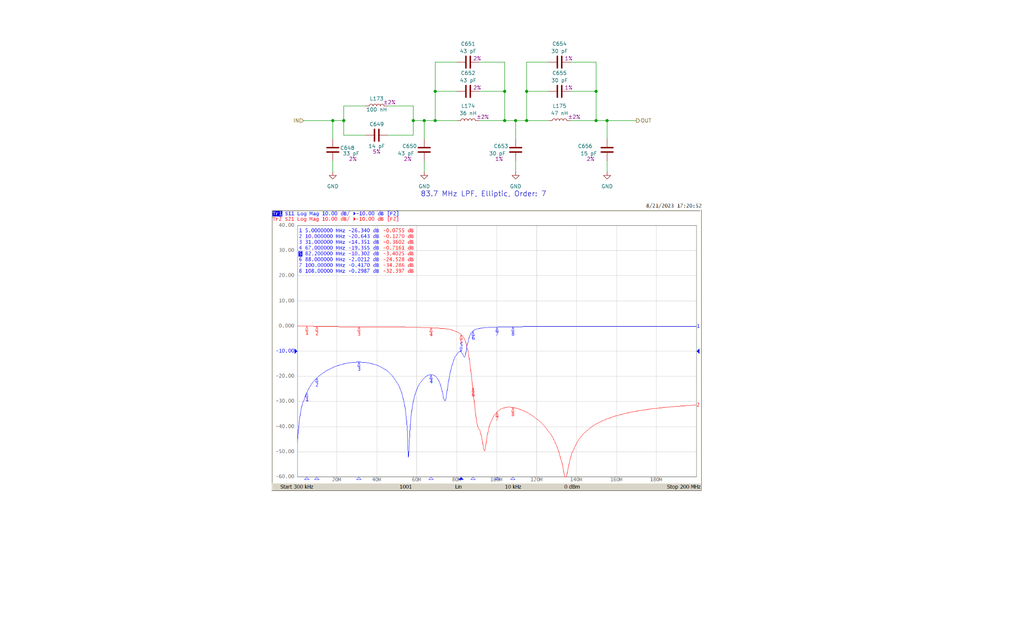
<source format=kicad_sch>
(kicad_sch (version 20231120) (generator "eeschema") (generator_version "8.0")
  (paper "USLegal")
  (title_block (title "LWA ARX  Rev I") (date "2024-11-15") (rev "2.0"))
  (lib_symbols
    (symbol "Device:C" (pin_numbers hide) (pin_names (offset 0.254))
      (property "Reference" "C" (at 0.635 2.54 0))
      (property "Value" "C" (at 0.635 -2.54 0))
      (symbol "C_0_1"
        (polyline (pts (xy -2.032 -0.762) (xy 2.032 -0.762)) (stroke (width 0.508)))
        (polyline (pts (xy -2.032 0.762) (xy 2.032 0.762)) (stroke (width 0.508)))
      )
      (symbol "C_1_1"
        (pin passive line (at 0 3.81 270) (length 2.794) (name "~") (number "1"))
        (pin passive line (at 0 -3.81 90) (length 2.794) (name "~") (number "2"))
      )
    )
    (symbol "Device:L" (pin_numbers hide) (pin_names (offset 1.016) hide)
      (property "Reference" "L" (at -1.27 0 90))
      (property "Value" "L" (at 1.905 0 90))
      (symbol "L_0_1"
        (arc (start 0 -2.54) (mid 0.6323 -1.905) (end 0 -1.27))
        (arc (start 0 -1.27) (mid 0.6323 -0.635) (end 0 0))
        (arc (start 0 0) (mid 0.6323 0.635) (end 0 1.27))
        (arc (start 0 1.27) (mid 0.6323 1.905) (end 0 2.54))
      )
      (symbol "L_1_1"
        (pin passive line (at 0 3.81 270) (length 1.27) (name "1") (number "1"))
        (pin passive line (at 0 -3.81 90) (length 1.27) (name "2") (number "2"))
      )
    )
    (symbol "power:GND" (power) (pin_names (offset 0))
      (property "Value" "GND" (at 0 -3.81 0))
      (symbol "GND_0_1"
        (polyline (pts (xy 0 0) (xy 0 -1.27) (xy 1.27 -1.27) (xy 0 -2.54) (xy -1.27 -1.27) (xy 0 -1.27)))
      )
      (symbol "GND_1_1"
        (pin power_in line (at 0 0 270) (length 0) hide (name "GND") (number "1"))
      )
    )
  )
  (junction (at 175.26 31.75))
  (junction (at 175.26 41.91))
  (junction (at 179.07 41.91))
  (junction (at 210.82 41.91))
  (junction (at 151.13 41.91))
  (junction (at 182.88 41.91))
  (junction (at 151.13 31.75))
  (junction (at 147.32 41.91))
  (junction (at 207.01 41.91))
  (junction (at 119.38 41.91))
  (junction (at 143.51 41.91))
  (junction (at 207.01 31.75))
  (junction (at 115.57 41.91))
  (junction (at 182.88 31.75))
  (wire (pts (xy 198.12 31.75) (xy 207.01 31.75)))
  (wire (pts (xy 158.75 41.91) (xy 151.13 41.91)))
  (wire (pts (xy 143.51 46.99) (xy 143.51 41.91)))
  (wire (pts (xy 143.51 41.91) (xy 143.51 36.83)))
  (wire (pts (xy 179.07 41.91) (xy 179.07 48.26)))
  (wire (pts (xy 198.12 21.59) (xy 207.01 21.59)))
  (wire (pts (xy 210.82 41.91) (xy 220.98 41.91)))
  (wire (pts (xy 166.37 41.91) (xy 175.26 41.91)))
  (wire (pts (xy 127 36.83) (xy 119.38 36.83)))
  (wire (pts (xy 119.38 36.83) (xy 119.38 41.91)))
  (wire (pts (xy 166.37 21.59) (xy 175.26 21.59)))
  (wire (pts (xy 198.12 41.91) (xy 207.01 41.91)))
  (wire (pts (xy 115.57 41.91) (xy 119.38 41.91)))
  (wire (pts (xy 158.75 21.59) (xy 151.13 21.59)))
  (wire (pts (xy 210.82 55.88) (xy 210.82 59.69)))
  (wire (pts (xy 115.57 41.91) (xy 115.57 48.26)))
  (wire (pts (xy 151.13 41.91) (xy 151.13 31.75)))
  (wire (pts (xy 207.01 41.91) (xy 210.82 41.91)))
  (wire (pts (xy 179.07 55.88) (xy 179.07 59.69)))
  (wire (pts (xy 175.26 21.59) (xy 175.26 31.75)))
  (wire (pts (xy 210.82 41.91) (xy 210.82 48.26)))
  (wire (pts (xy 182.88 31.75) (xy 190.5 31.75)))
  (wire (pts (xy 182.88 21.59) (xy 182.88 31.75)))
  (wire (pts (xy 147.32 55.88) (xy 147.32 59.69)))
  (wire (pts (xy 147.32 41.91) (xy 151.13 41.91)))
  (wire (pts (xy 147.32 41.91) (xy 147.32 48.26)))
  (wire (pts (xy 115.57 55.88) (xy 115.57 59.69)))
  (wire (pts (xy 207.01 21.59) (xy 207.01 31.75)))
  (wire (pts (xy 190.5 21.59) (xy 182.88 21.59)))
  (wire (pts (xy 190.5 41.91) (xy 182.88 41.91)))
  (wire (pts (xy 151.13 31.75) (xy 158.75 31.75)))
  (wire (pts (xy 207.01 41.91) (xy 207.01 31.75)))
  (wire (pts (xy 175.26 41.91) (xy 179.07 41.91)))
  (wire (pts (xy 179.07 41.91) (xy 182.88 41.91)))
  (wire (pts (xy 105.41 41.91) (xy 115.57 41.91)))
  (wire (pts (xy 119.38 41.91) (xy 119.38 46.99)))
  (wire (pts (xy 134.62 46.99) (xy 143.51 46.99)))
  (wire (pts (xy 134.62 36.83) (xy 143.51 36.83)))
  (wire (pts (xy 166.37 31.75) (xy 175.26 31.75)))
  (wire (pts (xy 119.38 46.99) (xy 127 46.99)))
  (wire (pts (xy 182.88 41.91) (xy 182.88 31.75)))
  (wire (pts (xy 175.26 41.91) (xy 175.26 31.75)))
  (wire (pts (xy 151.13 21.59) (xy 151.13 31.75)))
  (wire (pts (xy 143.51 41.91) (xy 147.32 41.91)))
  (image (at 168.91 120.65) (scale 1.58267))
  (text "83.7 MHz LPF, Elliptic, Order: 7" (at 146.05 68.58 0) (effects (font (size 1.778 1.778)) (justify left bottom)))
  (hierarchical_label "OUT" (shape output) (at 220.98 41.91 0))
  (hierarchical_label "IN" (shape input) (at 105.41 41.91 180))
  (symbol (lib_id "Device:L") (at 130.81 36.83 90) (unit 1)
    (property "Reference" "L173" (at 130.81 34.29 90))
    (property "Value" "100 nH" (at 130.81 38.1 90))
    (property "Footprint" "Inductor_SMD:L_0805_2012Metric_Pad1.15x1.40mm_HandSolder" (effects (hide yes)))
    (property "Datasheet" "https://www.coilcraft.com/getmedia/c30565bc-9cf5-4393-9380-6f782e4b4cd8/0805hp.pdf" (effects (hide yes)))
    (property "MFGR" "Coilcraft" (effects (hide yes)))
    (property "MPN" "0805HP-101XGRC" (effects (hide yes)))
    (property "Unit Cost" "0.88" (effects (hide yes)))
    (property "Stock" "5742" (effects (hide yes)))
    (property "Stock Date" "11/23/2023" (effects (hide yes)))
    (property "Desc" "100 nH High Q Ceramic Chip Inductor" (effects (hide yes)))
    (property "Tolerance" "±2%" (at 135.255 35.56 90))
    (property "Q typ" "100 @ 500 MHz" (effects (hide yes)))
    (property "SRF typ" "1400 MHz" (effects (hide yes)))
    (instances (project "ARX" (path "" (reference "L173") (unit 1)) (path "" (reference "L195") (unit 1)) (path "" (reference "L119") (unit 1)) (path "" (reference "L141") (unit 1)) (path "" (reference "L227") (unit 1)) (path "" (reference "L249") (unit 1)) (path "" (reference "L281") (unit 1)) (path "" (reference "L303") (unit 1)) (path "" (reference "L335") (unit 1)) (path "" (reference "L357") (unit 1)) (path "" (reference "L65") (unit 1)) (path "" (reference "L87") (unit 1)) (path "" (reference "L36") (unit 1)) (path "" (reference "L6") (unit 1)) (path "" (reference "L389") (unit 1)) (path "" (reference "L411") (unit 1))))
  )
  (symbol (lib_id "power:GND") (at 147.32 59.69 0) (unit 1)
    (property "Reference" "#PWR0641" (effects (hide yes)))
    (property "Value" "GND" (at 147.32 64.77 0))
    (instances (project "ARX" (path "" (reference "#PWR0641") (unit 1)) (path "" (reference "#PWR0676") (unit 1)) (path "" (reference "#PWR0480") (unit 1)) (path "" (reference "#PWR0515") (unit 1)) (path "" (reference "#PWR0802") (unit 1)) (path "" (reference "#PWR0837") (unit 1)) (path "" (reference "#PWR0963") (unit 1)) (path "" (reference "#PWR0998") (unit 1)) (path "" (reference "#PWR01124") (unit 1)) (path "" (reference "#PWR01159") (unit 1)) (path "" (reference "#PWR0319") (unit 1)) (path "" (reference "#PWR0354") (unit 1)) (path "" (reference "#PWR0171") (unit 1)) (path "" (reference "#PWR086") (unit 1)) (path "" (reference "#PWR01285") (unit 1)) (path "" (reference "#PWR01320") (unit 1))))
  )
  (symbol (lib_id "Device:C") (at 147.32 52.07 180) (unit 1)
    (property "Reference" "C650" (at 142.24 50.8 0))
    (property "Value" "43 pF" (at 140.97 53.34 0))
    (property "Footprint" "LWA RF:C_0805_2012Metric_Pad1.27x1.45mm_HandSolder" (effects (hide yes)))
    (property "Datasheet" "https://connect.kemet.com:7667/gateway/IntelliData-ComponentDocumentation/1.0/download/datasheet/C0805C430G5GACTU" (effects (hide yes)))
    (property "MFGR" "KEMET" (effects (hide yes)))
    (property "MPN" "C0805C430G5GACTU" (effects (hide yes)))
    (property "Unit Cost" "0.45" (effects (hide yes)))
    (property "Stock" "2192" (effects (hide yes)))
    (property "Stock Date" "11/23/2023" (effects (hide yes)))
    (property "Desc" "CAP CER 43PF 50V NP0 0805" (effects (hide yes)))
    (property "Temp Coeff" "NPO" (effects (hide yes)))
    (property "Tolerance" "2%" (at 141.605 55.245 0))
    (property "Voltage Rating" "50V" (effects (hide yes)))
    (instances (project "ARX" (path "" (reference "C650") (unit 1)) (path "" (reference "C688") (unit 1)) (path "" (reference "C481") (unit 1)) (path "" (reference "C519") (unit 1)) (path "" (reference "C819") (unit 1)) (path "" (reference "C857") (unit 1)) (path "" (reference "C988") (unit 1)) (path "" (reference "C1026") (unit 1)) (path "" (reference "C1157") (unit 1)) (path "" (reference "C1195") (unit 1)) (path "" (reference "C312") (unit 1)) (path "" (reference "C350") (unit 1)) (path "" (reference "C153") (unit 1)) (path "" (reference "C55") (unit 1)) (path "" (reference "C1326") (unit 1)) (path "" (reference "C1364") (unit 1))))
  )
  (symbol (lib_id "Device:C") (at 210.82 52.07 180) (unit 1)
    (property "Reference" "C656" (at 203.2 50.8 0))
    (property "Value" "15 pF" (at 204.47 53.34 0))
    (property "Footprint" "LWA RF:C_0805_2012Metric_Pad1.27x1.45mm_HandSolder" (effects (hide yes)))
    (property "Datasheet" "https://datasheets.kyocera-avx.com/U-Series.pdf" (effects (hide yes)))
    (property "MFGR" "KYOCERA AVX" (effects (hide yes)))
    (property "MPN" "KGQ21HCG2D150GT" (effects (hide yes)))
    (property "Unit Cost" "0.11" (effects (hide yes)))
    (property "Stock" "4426" (effects (hide yes)))
    (property "Stock Date" "09/18/2023" (effects (hide yes)))
    (property "Desc" "CAP CER 15PF 200V NP0 0805" (effects (hide yes)))
    (property "Temp Coeff" "NPO/COG" (effects (hide yes)))
    (property "Tolerance" "2%" (at 205.105 55.245 0))
    (property "Voltage Rating" "200V" (effects (hide yes)))
    (instances (project "ARX" (path "" (reference "C656") (unit 1)) (path "" (reference "C694") (unit 1)) (path "" (reference "C487") (unit 1)) (path "" (reference "C525") (unit 1)) (path "" (reference "C825") (unit 1)) (path "" (reference "C863") (unit 1)) (path "" (reference "C994") (unit 1)) (path "" (reference "C1032") (unit 1)) (path "" (reference "C1163") (unit 1)) (path "" (reference "C1201") (unit 1)) (path "" (reference "C318") (unit 1)) (path "" (reference "C356") (unit 1)) (path "" (reference "C159") (unit 1)) (path "" (reference "C61") (unit 1)) (path "" (reference "C1332") (unit 1)) (path "" (reference "C1370") (unit 1))))
  )
  (symbol (lib_id "Device:C") (at 194.31 21.59 90) (unit 1)
    (property "Reference" "C654" (at 194.31 15.24 90))
    (property "Value" "30 pF" (at 194.31 17.78 90))
    (property "Footprint" "LWA RF:C_0805_2012Metric_Pad1.27x1.45mm_HandSolder" (effects (hide yes)))
    (property "Datasheet" "https://www.mouser.com/datasheet/2/40/C0GNP0_Dielectric-2952720.pdf" (effects (hide yes)))
    (property "MFGR" "KYOCERA AVX" (effects (hide yes)))
    (property "MPN" "0805YA300FAT2A" (effects (hide yes)))
    (property "Unit Cost" "0.28" (effects (hide yes)))
    (property "Stock" "682" (effects (hide yes)))
    (property "Stock Date" "11/23/2023" (effects (hide yes)))
    (property "Desc" "16V 30pF C0G 0805 1%" (effects (hide yes)))
    (property "Temp Coeff" "C0G" (effects (hide yes)))
    (property "Tolerance" "1%" (at 197.485 20.32 90))
    (property "Voltage Rating" "16V" (effects (hide yes)))
    (instances (project "ARX" (path "" (reference "C654") (unit 1)) (path "" (reference "C692") (unit 1)) (path "" (reference "C485") (unit 1)) (path "" (reference "C523") (unit 1)) (path "" (reference "C823") (unit 1)) (path "" (reference "C861") (unit 1)) (path "" (reference "C992") (unit 1)) (path "" (reference "C1030") (unit 1)) (path "" (reference "C1161") (unit 1)) (path "" (reference "C1199") (unit 1)) (path "" (reference "C316") (unit 1)) (path "" (reference "C354") (unit 1)) (path "" (reference "C157") (unit 1)) (path "" (reference "C59") (unit 1)) (path "" (reference "C1330") (unit 1)) (path "" (reference "C1368") (unit 1))))
  )
  (symbol (lib_id "power:GND") (at 210.82 59.69 0) (unit 1)
    (property "Reference" "#PWR0643" (effects (hide yes)))
    (property "Value" "GND" (at 210.82 64.77 0))
    (instances (project "ARX" (path "" (reference "#PWR0643") (unit 1)) (path "" (reference "#PWR0678") (unit 1)) (path "" (reference "#PWR0482") (unit 1)) (path "" (reference "#PWR0517") (unit 1)) (path "" (reference "#PWR0804") (unit 1)) (path "" (reference "#PWR0839") (unit 1)) (path "" (reference "#PWR0965") (unit 1)) (path "" (reference "#PWR01000") (unit 1)) (path "" (reference "#PWR01126") (unit 1)) (path "" (reference "#PWR01161") (unit 1)) (path "" (reference "#PWR0321") (unit 1)) (path "" (reference "#PWR0356") (unit 1)) (path "" (reference "#PWR0173") (unit 1)) (path "" (reference "#PWR088") (unit 1)) (path "" (reference "#PWR01287") (unit 1)) (path "" (reference "#PWR01322") (unit 1))))
  )
  (symbol (lib_id "Device:C") (at 130.81 46.99 90) (unit 1)
    (property "Reference" "C649" (at 130.81 43.18 90))
    (property "Value" "14 pF" (at 130.81 50.8 90))
    (property "Footprint" "LWA RF:C_0805_2012Metric_Pad1.27x1.45mm_HandSolder" (effects (hide yes)))
    (property "Datasheet" "https://search.murata.co.jp/Ceramy/image/img/A01X/G101/ENG/GQM2195C2E140JB12-01.pdf" (effects (hide yes)))
    (property "MFGR" "Murata Electronics" (effects (hide yes)))
    (property "MPN" "GQM2195C2E140JB12D" (effects (hide yes)))
    (property "Unit Cost" "0.30" (effects (hide yes)))
    (property "Stock" "3801" (effects (hide yes)))
    (property "Stock Date" "09/18/2023" (effects (hide yes)))
    (property "Desc" "CERAMIC CAP MLCC HIGH-Q 125C NPO/COG 5%" (effects (hide yes)))
    (property "Temp Coeff" "NPO/COG" (effects (hide yes)))
    (property "Tolerance" "5%" (at 130.81 52.705 90))
    (property "Voltage Rating" "250V" (effects (hide yes)))
    (instances (project "ARX" (path "" (reference "C649") (unit 1)) (path "" (reference "C687") (unit 1)) (path "" (reference "C480") (unit 1)) (path "" (reference "C518") (unit 1)) (path "" (reference "C818") (unit 1)) (path "" (reference "C856") (unit 1)) (path "" (reference "C987") (unit 1)) (path "" (reference "C1025") (unit 1)) (path "" (reference "C1156") (unit 1)) (path "" (reference "C1194") (unit 1)) (path "" (reference "C311") (unit 1)) (path "" (reference "C349") (unit 1)) (path "" (reference "C152") (unit 1)) (path "" (reference "C54") (unit 1)) (path "" (reference "C1325") (unit 1)) (path "" (reference "C1363") (unit 1))))
  )
  (symbol (lib_id "Device:C") (at 162.56 31.75 90) (unit 1)
    (property "Reference" "C652" (at 162.56 25.4 90))
    (property "Value" "43 pF" (at 162.56 27.94 90))
    (property "Footprint" "LWA RF:C_0805_2012Metric_Pad1.27x1.45mm_HandSolder" (effects (hide yes)))
    (property "Datasheet" "https://connect.kemet.com:7667/gateway/IntelliData-ComponentDocumentation/1.0/download/datasheet/C0805C430G5GACTU" (effects (hide yes)))
    (property "MFGR" "KEMET" (effects (hide yes)))
    (property "MPN" "C0805C430G5GAC7800" (effects (hide yes)))
    (property "Unit Cost" "0.43" (effects (hide yes)))
    (property "Stock" "2307" (effects (hide yes)))
    (property "Stock Date" "09/18/2023" (effects (hide yes)))
    (property "Desc" "CAP CER 43PF 50V NP0 0805" (effects (hide yes)))
    (property "Temp Coeff" "NPO/COG" (effects (hide yes)))
    (property "Tolerance" "2%" (at 165.735 30.48 90))
    (property "Voltage Rating" "50V" (effects (hide yes)))
    (instances (project "ARX" (path "" (reference "C652") (unit 1)) (path "" (reference "C690") (unit 1)) (path "" (reference "C483") (unit 1)) (path "" (reference "C521") (unit 1)) (path "" (reference "C821") (unit 1)) (path "" (reference "C859") (unit 1)) (path "" (reference "C990") (unit 1)) (path "" (reference "C1028") (unit 1)) (path "" (reference "C1159") (unit 1)) (path "" (reference "C1197") (unit 1)) (path "" (reference "C314") (unit 1)) (path "" (reference "C352") (unit 1)) (path "" (reference "C155") (unit 1)) (path "" (reference "C57") (unit 1)) (path "" (reference "C1328") (unit 1)) (path "" (reference "C1366") (unit 1))))
  )
  (symbol (lib_id "Device:C") (at 115.57 52.07 180) (unit 1)
    (property "Reference" "C648" (at 120.65 51.435 0))
    (property "Value" "33 pF" (at 121.92 53.34 0))
    (property "Footprint" "LWA RF:C_0805_2012Metric_Pad1.27x1.45mm_HandSolder" (effects (hide yes)))
    (property "Datasheet" "https://www.yageo.com/upload/media/product/productsearch/datasheet/mlcc/UPY-GP_NP0_16V-to-50V_18.pdf" (effects (hide yes)))
    (property "MFGR" "YAGEO" (effects (hide yes)))
    (property "MPN" "CC0805GRNPO9BN330" (effects (hide yes)))
    (property "Unit Cost" "0.14" (effects (hide yes)))
    (property "Stock" "8932" (effects (hide yes)))
    (property "Stock Date" "09/18/2023" (effects (hide yes)))
    (property "Desc" "CAP CER 33PF 50V C0G/NPO 0805" (effects (hide yes)))
    (property "Temp Coeff" "NPO/COG" (effects (hide yes)))
    (property "Tolerance" "2%" (at 122.555 55.245 0))
    (property "Voltage Rating" "50V" (effects (hide yes)))
    (instances (project "ARX" (path "" (reference "C648") (unit 1)) (path "" (reference "C686") (unit 1)) (path "" (reference "C479") (unit 1)) (path "" (reference "C517") (unit 1)) (path "" (reference "C817") (unit 1)) (path "" (reference "C855") (unit 1)) (path "" (reference "C986") (unit 1)) (path "" (reference "C1024") (unit 1)) (path "" (reference "C1155") (unit 1)) (path "" (reference "C1193") (unit 1)) (path "" (reference "C310") (unit 1)) (path "" (reference "C348") (unit 1)) (path "" (reference "C151") (unit 1)) (path "" (reference "C53") (unit 1)) (path "" (reference "C1324") (unit 1)) (path "" (reference "C1362") (unit 1))))
  )
  (symbol (lib_id "power:GND") (at 115.57 59.69 0) (unit 1)
    (property "Reference" "#PWR0640" (effects (hide yes)))
    (property "Value" "GND" (at 115.57 64.77 0))
    (instances (project "ARX" (path "" (reference "#PWR0640") (unit 1)) (path "" (reference "#PWR0675") (unit 1)) (path "" (reference "#PWR0479") (unit 1)) (path "" (reference "#PWR0514") (unit 1)) (path "" (reference "#PWR0801") (unit 1)) (path "" (reference "#PWR0836") (unit 1)) (path "" (reference "#PWR0962") (unit 1)) (path "" (reference "#PWR0997") (unit 1)) (path "" (reference "#PWR01123") (unit 1)) (path "" (reference "#PWR01158") (unit 1)) (path "" (reference "#PWR0318") (unit 1)) (path "" (reference "#PWR0353") (unit 1)) (path "" (reference "#PWR0170") (unit 1)) (path "" (reference "#PWR085") (unit 1)) (path "" (reference "#PWR01284") (unit 1)) (path "" (reference "#PWR01319") (unit 1))))
  )
  (symbol (lib_id "power:GND") (at 179.07 59.69 0) (unit 1)
    (property "Reference" "#PWR0642" (effects (hide yes)))
    (property "Value" "GND" (at 179.07 64.77 0))
    (instances (project "ARX" (path "" (reference "#PWR0642") (unit 1)) (path "" (reference "#PWR0677") (unit 1)) (path "" (reference "#PWR0481") (unit 1)) (path "" (reference "#PWR0516") (unit 1)) (path "" (reference "#PWR0803") (unit 1)) (path "" (reference "#PWR0838") (unit 1)) (path "" (reference "#PWR0964") (unit 1)) (path "" (reference "#PWR0999") (unit 1)) (path "" (reference "#PWR01125") (unit 1)) (path "" (reference "#PWR01160") (unit 1)) (path "" (reference "#PWR0320") (unit 1)) (path "" (reference "#PWR0355") (unit 1)) (path "" (reference "#PWR0172") (unit 1)) (path "" (reference "#PWR087") (unit 1)) (path "" (reference "#PWR01286") (unit 1)) (path "" (reference "#PWR01321") (unit 1))))
  )
  (symbol (lib_id "Device:L") (at 194.31 41.91 90) (unit 1)
    (property "Reference" "L175" (at 194.31 36.83 90))
    (property "Value" "47 nH" (at 194.31 39.37 90))
    (property "Footprint" "Inductor_SMD:L_0805_2012Metric_Pad1.15x1.40mm_HandSolder" (effects (hide yes)))
    (property "Datasheet" "https://www.coilcraft.com/getmedia/c30565bc-9cf5-4393-9380-6f782e4b4cd8/0805hp.pdf" (effects (hide yes)))
    (property "MFGR" "Coilcraft" (effects (hide yes)))
    (property "MPN" "0805HP-47NXGRC" (effects (hide yes)))
    (property "Unit Cost" "0.70" (effects (hide yes)))
    (property "Stock" "5974" (effects (hide yes)))
    (property "Stock Date" "8/3/2023" (effects (hide yes)))
    (property "Desc" "47 nH High Q Ceramic Chip Inductor" (effects (hide yes)))
    (property "Tolerance" "±2%" (at 199.39 40.64 90))
    (property "Q typ" "105 @ 500 MHz" (effects (hide yes)))
    (property "SRF typ" "2170 MHz" (effects (hide yes)))
    (instances (project "ARX" (path "" (reference "L175") (unit 1)) (path "" (reference "L197") (unit 1)) (path "" (reference "L121") (unit 1)) (path "" (reference "L143") (unit 1)) (path "" (reference "L229") (unit 1)) (path "" (reference "L251") (unit 1)) (path "" (reference "L283") (unit 1)) (path "" (reference "L305") (unit 1)) (path "" (reference "L337") (unit 1)) (path "" (reference "L359") (unit 1)) (path "" (reference "L67") (unit 1)) (path "" (reference "L89") (unit 1)) (path "" (reference "L38") (unit 1)) (path "" (reference "L8") (unit 1)) (path "" (reference "L391") (unit 1)) (path "" (reference "L413") (unit 1))))
  )
  (symbol (lib_id "Device:C") (at 179.07 52.07 180) (unit 1)
    (property "Reference" "C653" (at 173.99 50.8 0))
    (property "Value" "30 pF" (at 172.72 53.34 0))
    (property "Footprint" "LWA RF:C_0805_2012Metric_Pad1.27x1.45mm_HandSolder" (effects (hide yes)))
    (property "Datasheet" "https://www.mouser.com/datasheet/2/40/C0GNP0_Dielectric-2952720.pdf" (effects (hide yes)))
    (property "MFGR" "KYOCERA AVX" (effects (hide yes)))
    (property "MPN" "0805YA300FAT2A" (effects (hide yes)))
    (property "Unit Cost" "0.28" (effects (hide yes)))
    (property "Stock" "682" (effects (hide yes)))
    (property "Stock Date" "11/23/2023" (effects (hide yes)))
    (property "Desc" "16V 30pF C0G 0805 1%" (effects (hide yes)))
    (property "Temp Coeff" "C0G" (effects (hide yes)))
    (property "Tolerance" "1%" (at 173.355 55.245 0))
    (property "Voltage Rating" "16V" (effects (hide yes)))
    (instances (project "ARX" (path "" (reference "C653") (unit 1)) (path "" (reference "C691") (unit 1)) (path "" (reference "C484") (unit 1)) (path "" (reference "C522") (unit 1)) (path "" (reference "C822") (unit 1)) (path "" (reference "C860") (unit 1)) (path "" (reference "C991") (unit 1)) (path "" (reference "C1029") (unit 1)) (path "" (reference "C1160") (unit 1)) (path "" (reference "C1198") (unit 1)) (path "" (reference "C315") (unit 1)) (path "" (reference "C353") (unit 1)) (path "" (reference "C156") (unit 1)) (path "" (reference "C58") (unit 1)) (path "" (reference "C1329") (unit 1)) (path "" (reference "C1367") (unit 1))))
  )
  (symbol (lib_id "Device:C") (at 194.31 31.75 90) (unit 1)
    (property "Reference" "C655" (at 194.31 25.4 90))
    (property "Value" "30 pF" (at 194.31 27.94 90))
    (property "Footprint" "LWA RF:C_0805_2012Metric_Pad1.27x1.45mm_HandSolder" (effects (hide yes)))
    (property "Datasheet" "https://www.mouser.com/datasheet/2/40/C0GNP0_Dielectric-2952720.pdf" (effects (hide yes)))
    (property "MFGR" "KYOCERA AVX" (effects (hide yes)))
    (property "MPN" "0805YA300FAT2A" (effects (hide yes)))
    (property "Unit Cost" "0.28" (effects (hide yes)))
    (property "Stock" "682" (effects (hide yes)))
    (property "Stock Date" "11/23/2023" (effects (hide yes)))
    (property "Desc" "16V 30pF C0G 0805 1%" (effects (hide yes)))
    (property "Temp Coeff" "C0G" (effects (hide yes)))
    (property "Tolerance" "1%" (at 197.485 30.48 90))
    (property "Voltage Rating" "16V" (effects (hide yes)))
    (instances (project "ARX" (path "" (reference "C655") (unit 1)) (path "" (reference "C693") (unit 1)) (path "" (reference "C486") (unit 1)) (path "" (reference "C524") (unit 1)) (path "" (reference "C824") (unit 1)) (path "" (reference "C862") (unit 1)) (path "" (reference "C993") (unit 1)) (path "" (reference "C1031") (unit 1)) (path "" (reference "C1162") (unit 1)) (path "" (reference "C1200") (unit 1)) (path "" (reference "C317") (unit 1)) (path "" (reference "C355") (unit 1)) (path "" (reference "C158") (unit 1)) (path "" (reference "C60") (unit 1)) (path "" (reference "C1331") (unit 1)) (path "" (reference "C1369") (unit 1))))
  )
  (symbol (lib_id "Device:L") (at 162.56 41.91 90) (unit 1)
    (property "Reference" "L174" (at 162.56 36.83 90))
    (property "Value" "36 nH" (at 162.56 39.37 90))
    (property "Footprint" "Inductor_SMD:L_0805_2012Metric_Pad1.15x1.40mm_HandSolder" (effects (hide yes)))
    (property "Datasheet" "https://www.coilcraft.com/getmedia/dd5f20e4-1ff7-43df-8317-b693eb2dce3e/0805cs.pdf" (effects (hide yes)))
    (property "MFGR" "Coilcraft" (effects (hide yes)))
    (property "MPN" "0805CS-360XGRC" (effects (hide yes)))
    (property "Unit Cost" "0.68" (effects (hide yes)))
    (property "Stock" "2631" (effects (hide yes)))
    (property "Stock Date" "8/3/2023" (effects (hide yes)))
    (property "Desc" "36 nH High Temperature Ceramic Chip Inductor" (effects (hide yes)))
    (property "Tolerance" "±2%" (at 167.64 40.64 90))
    (property "Q typ" "55 @ 500 MHz" (effects (hide yes)))
    (property "SRF typ" "1900 MHz" (effects (hide yes)))
    (instances (project "ARX" (path "" (reference "L174") (unit 1)) (path "" (reference "L196") (unit 1)) (path "" (reference "L120") (unit 1)) (path "" (reference "L142") (unit 1)) (path "" (reference "L228") (unit 1)) (path "" (reference "L250") (unit 1)) (path "" (reference "L282") (unit 1)) (path "" (reference "L304") (unit 1)) (path "" (reference "L336") (unit 1)) (path "" (reference "L358") (unit 1)) (path "" (reference "L66") (unit 1)) (path "" (reference "L88") (unit 1)) (path "" (reference "L37") (unit 1)) (path "" (reference "L7") (unit 1)) (path "" (reference "L390") (unit 1)) (path "" (reference "L412") (unit 1))))
  )
  (symbol (lib_id "Device:C") (at 162.56 21.59 90) (unit 1)
    (property "Reference" "C651" (at 162.56 15.24 90))
    (property "Value" "43 pF" (at 162.56 17.78 90))
    (property "Footprint" "LWA RF:C_0805_2012Metric_Pad1.27x1.45mm_HandSolder" (effects (hide yes)))
    (property "Datasheet" "https://connect.kemet.com:7667/gateway/IntelliData-ComponentDocumentation/1.0/download/datasheet/C0805C430G5GACTU" (effects (hide yes)))
    (property "MFGR" "KEMET" (effects (hide yes)))
    (property "MPN" "C0805C430G5GAC7800" (effects (hide yes)))
    (property "Unit Cost" "0.43" (effects (hide yes)))
    (property "Stock" "2307" (effects (hide yes)))
    (property "Stock Date" "09/18/2023" (effects (hide yes)))
    (property "Desc" "CAP CER 43PF 50V NP0 0805" (effects (hide yes)))
    (property "Temp Coeff" "NPO/COG" (effects (hide yes)))
    (property "Tolerance" "2%" (at 165.735 20.32 90))
    (property "Voltage Rating" "50V" (effects (hide yes)))
    (instances (project "ARX" (path "" (reference "C651") (unit 1)) (path "" (reference "C689") (unit 1)) (path "" (reference "C482") (unit 1)) (path "" (reference "C520") (unit 1)) (path "" (reference "C820") (unit 1)) (path "" (reference "C858") (unit 1)) (path "" (reference "C989") (unit 1)) (path "" (reference "C1027") (unit 1)) (path "" (reference "C1158") (unit 1)) (path "" (reference "C1196") (unit 1)) (path "" (reference "C313") (unit 1)) (path "" (reference "C351") (unit 1)) (path "" (reference "C154") (unit 1)) (path "" (reference "C56") (unit 1)) (path "" (reference "C1327") (unit 1)) (path "" (reference "C1365") (unit 1))))
  )
)
</source>
